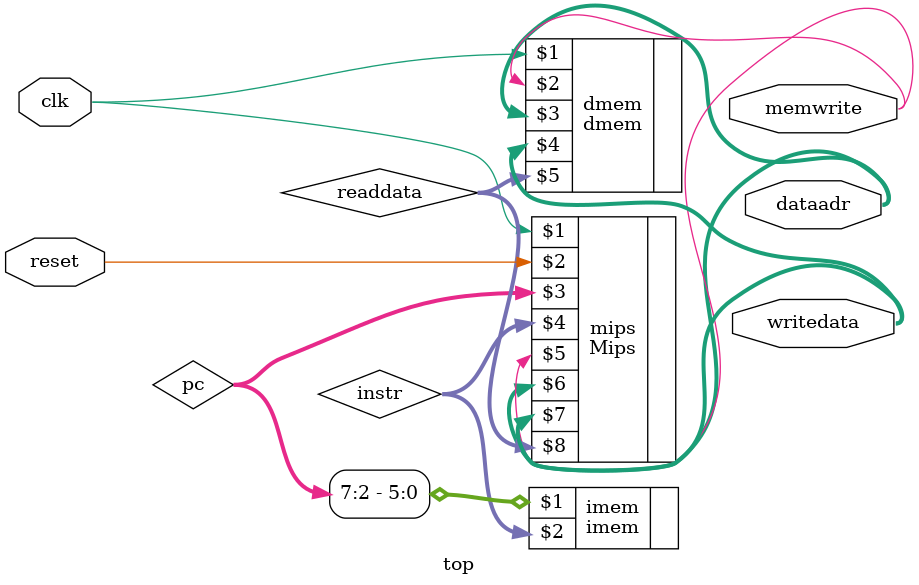
<source format=v>
module top
(
	input clk,
	input reset,
	output [31:0] writedata,
	output [31:0] dataadr,
	output memwrite);

wire [31:0] pc, instr, readdata;

Mips mips(clk, reset, pc, instr, memwrite, dataadr, writedata, readdata);
imem imem(pc[7:2], instr);
dmem dmem(clk, memwrite, dataadr, writedata, readdata);

endmodule

</source>
